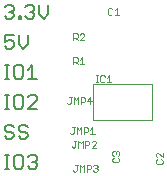
<source format=gtl>
G75*
%MOIN*%
%OFA0B0*%
%FSLAX25Y25*%
%IPPOS*%
%LPD*%
%AMOC8*
5,1,8,0,0,1.08239X$1,22.5*
%
%ADD10C,0.00200*%
%ADD11C,0.00500*%
%ADD12C,0.00394*%
D10*
X0052600Y0039262D02*
X0052967Y0038895D01*
X0053334Y0038895D01*
X0053701Y0039262D01*
X0053701Y0041097D01*
X0053334Y0041097D02*
X0054068Y0041097D01*
X0054810Y0041097D02*
X0055544Y0040363D01*
X0056278Y0041097D01*
X0056278Y0038895D01*
X0057020Y0038895D02*
X0057020Y0041097D01*
X0058121Y0041097D01*
X0058488Y0040730D01*
X0058488Y0039996D01*
X0058121Y0039629D01*
X0057020Y0039629D01*
X0054810Y0038895D02*
X0054810Y0041097D01*
X0054310Y0043395D02*
X0054310Y0045597D01*
X0055044Y0044863D01*
X0055778Y0045597D01*
X0055778Y0043395D01*
X0056520Y0043395D02*
X0056520Y0045597D01*
X0057621Y0045597D01*
X0057988Y0045230D01*
X0057988Y0044496D01*
X0057621Y0044129D01*
X0056520Y0044129D01*
X0058730Y0044863D02*
X0059464Y0045597D01*
X0059464Y0043395D01*
X0058730Y0043395D02*
X0060198Y0043395D01*
X0060331Y0041097D02*
X0059597Y0041097D01*
X0059230Y0040730D01*
X0060331Y0041097D02*
X0060698Y0040730D01*
X0060698Y0040363D01*
X0059230Y0038895D01*
X0060698Y0038895D01*
X0066157Y0037243D02*
X0066524Y0037610D01*
X0066891Y0037610D01*
X0067258Y0037243D01*
X0067625Y0037610D01*
X0067992Y0037610D01*
X0068359Y0037243D01*
X0068359Y0036509D01*
X0067992Y0036142D01*
X0067992Y0035400D02*
X0068359Y0035033D01*
X0068359Y0034299D01*
X0067992Y0033932D01*
X0066524Y0033932D01*
X0066157Y0034299D01*
X0066157Y0035033D01*
X0066524Y0035400D01*
X0066524Y0036142D02*
X0066157Y0036509D01*
X0066157Y0037243D01*
X0067258Y0037243D02*
X0067258Y0036876D01*
X0061198Y0032730D02*
X0061198Y0032363D01*
X0060831Y0031996D01*
X0061198Y0031629D01*
X0061198Y0031262D01*
X0060831Y0030895D01*
X0060097Y0030895D01*
X0059730Y0031262D01*
X0060464Y0031996D02*
X0060831Y0031996D01*
X0061198Y0032730D02*
X0060831Y0033097D01*
X0060097Y0033097D01*
X0059730Y0032730D01*
X0058988Y0032730D02*
X0058988Y0031996D01*
X0058621Y0031629D01*
X0057520Y0031629D01*
X0057520Y0030895D02*
X0057520Y0033097D01*
X0058621Y0033097D01*
X0058988Y0032730D01*
X0056778Y0033097D02*
X0056778Y0030895D01*
X0055310Y0030895D02*
X0055310Y0033097D01*
X0056044Y0032363D01*
X0056778Y0033097D01*
X0054568Y0033097D02*
X0053834Y0033097D01*
X0054201Y0033097D02*
X0054201Y0031262D01*
X0053834Y0030895D01*
X0053467Y0030895D01*
X0053100Y0031262D01*
X0052834Y0043395D02*
X0052467Y0043395D01*
X0052100Y0043762D01*
X0052834Y0043395D02*
X0053201Y0043762D01*
X0053201Y0045597D01*
X0052834Y0045597D02*
X0053568Y0045597D01*
X0053310Y0053395D02*
X0053310Y0055597D01*
X0054044Y0054863D01*
X0054778Y0055597D01*
X0054778Y0053395D01*
X0055520Y0053395D02*
X0055520Y0055597D01*
X0056621Y0055597D01*
X0056988Y0055230D01*
X0056988Y0054496D01*
X0056621Y0054129D01*
X0055520Y0054129D01*
X0057730Y0054496D02*
X0059198Y0054496D01*
X0058831Y0053395D02*
X0058831Y0055597D01*
X0057730Y0054496D01*
X0052568Y0055597D02*
X0051834Y0055597D01*
X0052201Y0055597D02*
X0052201Y0053762D01*
X0051834Y0053395D01*
X0051467Y0053395D01*
X0051100Y0053762D01*
X0060600Y0060702D02*
X0061334Y0060702D01*
X0060967Y0060702D02*
X0060967Y0062904D01*
X0060600Y0062904D02*
X0061334Y0062904D01*
X0062073Y0062537D02*
X0062073Y0061069D01*
X0062440Y0060702D01*
X0063174Y0060702D01*
X0063541Y0061069D01*
X0064283Y0060702D02*
X0065751Y0060702D01*
X0065017Y0060702D02*
X0065017Y0062904D01*
X0064283Y0062170D01*
X0063541Y0062537D02*
X0063174Y0062904D01*
X0062440Y0062904D01*
X0062073Y0062537D01*
X0056778Y0066702D02*
X0055310Y0066702D01*
X0056044Y0066702D02*
X0056044Y0068904D01*
X0055310Y0068170D01*
X0054568Y0068537D02*
X0054568Y0067803D01*
X0054201Y0067436D01*
X0053100Y0067436D01*
X0053834Y0067436D02*
X0054568Y0066702D01*
X0053100Y0066702D02*
X0053100Y0068904D01*
X0054201Y0068904D01*
X0054568Y0068537D01*
X0054568Y0074702D02*
X0053834Y0075436D01*
X0054201Y0075436D02*
X0053100Y0075436D01*
X0053100Y0074702D02*
X0053100Y0076904D01*
X0054201Y0076904D01*
X0054568Y0076537D01*
X0054568Y0075803D01*
X0054201Y0075436D01*
X0055310Y0074702D02*
X0056778Y0076170D01*
X0056778Y0076537D01*
X0056411Y0076904D01*
X0055677Y0076904D01*
X0055310Y0076537D01*
X0055310Y0074702D02*
X0056778Y0074702D01*
X0065030Y0083147D02*
X0065764Y0083147D01*
X0066131Y0083514D01*
X0066873Y0083147D02*
X0068341Y0083147D01*
X0067607Y0083147D02*
X0067607Y0085349D01*
X0066873Y0084615D01*
X0066131Y0084982D02*
X0065764Y0085349D01*
X0065030Y0085349D01*
X0064663Y0084982D01*
X0064663Y0083514D01*
X0065030Y0083147D01*
X0081024Y0037110D02*
X0080657Y0036743D01*
X0080657Y0036009D01*
X0081024Y0035642D01*
X0081024Y0034900D02*
X0080657Y0034533D01*
X0080657Y0033799D01*
X0081024Y0033432D01*
X0082492Y0033432D01*
X0082859Y0033799D01*
X0082859Y0034533D01*
X0082492Y0034900D01*
X0082859Y0035642D02*
X0081391Y0037110D01*
X0081024Y0037110D01*
X0082859Y0037110D02*
X0082859Y0035642D01*
D11*
X0031751Y0031852D02*
X0030250Y0031852D01*
X0031001Y0031852D02*
X0031001Y0036356D01*
X0031751Y0036356D02*
X0030250Y0036356D01*
X0033319Y0035605D02*
X0033319Y0032603D01*
X0034070Y0031852D01*
X0035571Y0031852D01*
X0036322Y0032603D01*
X0036322Y0035605D01*
X0035571Y0036356D01*
X0034070Y0036356D01*
X0033319Y0035605D01*
X0037923Y0035605D02*
X0038674Y0036356D01*
X0040175Y0036356D01*
X0040926Y0035605D01*
X0040926Y0034855D01*
X0040175Y0034104D01*
X0040926Y0033353D01*
X0040926Y0032603D01*
X0040175Y0031852D01*
X0038674Y0031852D01*
X0037923Y0032603D01*
X0039424Y0034104D02*
X0040175Y0034104D01*
X0037106Y0041852D02*
X0035605Y0041852D01*
X0034854Y0042603D01*
X0033253Y0042603D02*
X0033253Y0043353D01*
X0032502Y0044104D01*
X0031001Y0044104D01*
X0030250Y0044855D01*
X0030250Y0045605D01*
X0031001Y0046356D01*
X0032502Y0046356D01*
X0033253Y0045605D01*
X0034854Y0045605D02*
X0034854Y0044855D01*
X0035605Y0044104D01*
X0037106Y0044104D01*
X0037856Y0043353D01*
X0037856Y0042603D01*
X0037106Y0041852D01*
X0037856Y0045605D02*
X0037106Y0046356D01*
X0035605Y0046356D01*
X0034854Y0045605D01*
X0033253Y0042603D02*
X0032502Y0041852D01*
X0031001Y0041852D01*
X0030250Y0042603D01*
X0030250Y0051852D02*
X0031751Y0051852D01*
X0031001Y0051852D02*
X0031001Y0056356D01*
X0031751Y0056356D02*
X0030250Y0056356D01*
X0033319Y0055605D02*
X0033319Y0052603D01*
X0034070Y0051852D01*
X0035571Y0051852D01*
X0036322Y0052603D01*
X0036322Y0055605D01*
X0035571Y0056356D01*
X0034070Y0056356D01*
X0033319Y0055605D01*
X0037923Y0055605D02*
X0038674Y0056356D01*
X0040175Y0056356D01*
X0040926Y0055605D01*
X0040926Y0054855D01*
X0037923Y0051852D01*
X0040926Y0051852D01*
X0040926Y0061852D02*
X0037923Y0061852D01*
X0039424Y0061852D02*
X0039424Y0066356D01*
X0037923Y0064855D01*
X0036322Y0065605D02*
X0035571Y0066356D01*
X0034070Y0066356D01*
X0033319Y0065605D01*
X0033319Y0062603D01*
X0034070Y0061852D01*
X0035571Y0061852D01*
X0036322Y0062603D01*
X0036322Y0065605D01*
X0031751Y0066356D02*
X0030250Y0066356D01*
X0031001Y0066356D02*
X0031001Y0061852D01*
X0031751Y0061852D02*
X0030250Y0061852D01*
X0031001Y0071852D02*
X0030250Y0072603D01*
X0031001Y0071852D02*
X0032502Y0071852D01*
X0033253Y0072603D01*
X0033253Y0074104D01*
X0032502Y0074855D01*
X0031751Y0074855D01*
X0030250Y0074104D01*
X0030250Y0076356D01*
X0033253Y0076356D01*
X0034854Y0076356D02*
X0034854Y0073353D01*
X0036355Y0071852D01*
X0037856Y0073353D01*
X0037856Y0076356D01*
X0037907Y0081852D02*
X0037156Y0082603D01*
X0037907Y0081852D02*
X0039408Y0081852D01*
X0040158Y0082603D01*
X0040158Y0083353D01*
X0039408Y0084104D01*
X0038657Y0084104D01*
X0039408Y0084104D02*
X0040158Y0084855D01*
X0040158Y0085605D01*
X0039408Y0086356D01*
X0037907Y0086356D01*
X0037156Y0085605D01*
X0035605Y0082603D02*
X0034854Y0082603D01*
X0034854Y0081852D01*
X0035605Y0081852D01*
X0035605Y0082603D01*
X0033253Y0082603D02*
X0032502Y0081852D01*
X0031001Y0081852D01*
X0030250Y0082603D01*
X0031751Y0084104D02*
X0032502Y0084104D01*
X0033253Y0083353D01*
X0033253Y0082603D01*
X0032502Y0084104D02*
X0033253Y0084855D01*
X0033253Y0085605D01*
X0032502Y0086356D01*
X0031001Y0086356D01*
X0030250Y0085605D01*
X0041760Y0086356D02*
X0041760Y0083353D01*
X0043261Y0081852D01*
X0044762Y0083353D01*
X0044762Y0086356D01*
D12*
X0059657Y0060008D02*
X0059657Y0048197D01*
X0079343Y0048197D01*
X0079343Y0060008D01*
X0059657Y0060008D01*
M02*

</source>
